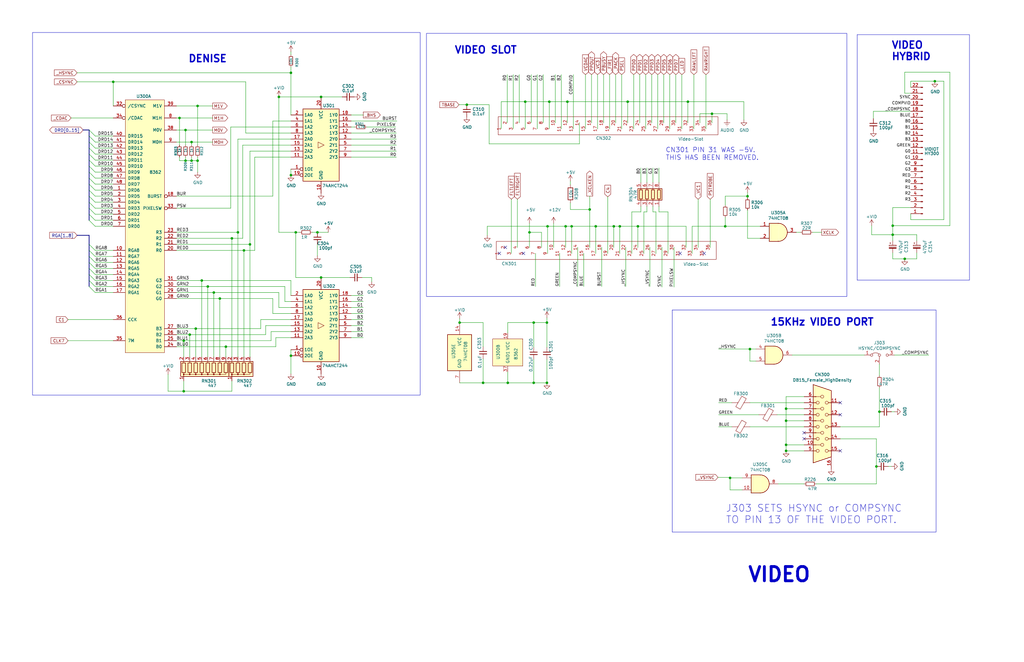
<source format=kicad_sch>
(kicad_sch (version 20230121) (generator eeschema)
  (paper "B")
  (title_block (title "AMIGA PCI") (date "2024-01-25") (rev "2.0"))
  (junction (at 223.266 98.044))
  (junction (at 122.682 73.914))
  (junction (at 290.068 42.926))
  (junction (at 230.886 95.504))
  (junction (at 78.232 54.864))
  (junction (at 315.214 82.804))
  (junction (at 75.692 49.784))
  (junction (at 193.802 136.144))
  (junction (at 241.046 95.504))
  (junction (at 248.666 88.392))
  (junction (at 135.382 40.894))
  (junction (at 370.84 173.736))
  (junction (at 83.312 44.704))
  (junction (at 376.428 99.06))
  (junction (at 122.682 30.734))
  (junction (at 102.87 105.664))
  (junction (at 261.366 95.504))
  (junction (at 90.17 123.444))
  (junction (at 203.708 161.544))
  (junction (at 105.41 103.124))
  (junction (at 97.79 100.584))
  (junction (at 80.772 59.944))
  (junction (at 82.55 138.684))
  (junction (at 316.23 147.32))
  (junction (at 214.122 161.544))
  (junction (at 258.826 95.504))
  (junction (at 394.208 34.29))
  (junction (at 47.752 34.544))
  (junction (at 307.848 201.676))
  (junction (at 331.47 177.546))
  (junction (at 196.85 44.196))
  (junction (at 300.228 48.006))
  (junction (at 124.714 98.044))
  (junction (at 331.47 172.466))
  (junction (at 85.09 118.364))
  (junction (at 239.268 42.926))
  (junction (at 230.632 136.144))
  (junction (at 268.986 95.504))
  (junction (at 225.044 161.544))
  (junction (at 100.33 98.044))
  (junction (at 231.648 42.926))
  (junction (at 225.044 136.144))
  (junction (at 369.57 196.85))
  (junction (at 305.816 95.504))
  (junction (at 122.682 150.114))
  (junction (at 80.772 67.818))
  (junction (at 230.632 161.544))
  (junction (at 83.312 67.818))
  (junction (at 331.47 187.706))
  (junction (at 95.25 146.304))
  (junction (at 117.602 40.894))
  (junction (at 77.47 165.1))
  (junction (at 87.63 120.904))
  (junction (at 381.508 109.22))
  (junction (at 80.01 141.224))
  (junction (at 77.47 143.764))
  (junction (at 238.506 95.504))
  (junction (at 331.47 190.246))
  (junction (at 92.71 125.984))
  (junction (at 135.382 117.094))
  (junction (at 221.488 42.926))
  (junction (at 376.428 95.25))
  (junction (at 264.668 42.926))
  (junction (at 251.206 95.504))
  (junction (at 78.232 67.818))
  (junction (at 133.858 98.044))
  (no_connect (at 286.766 106.934))
  (no_connect (at 213.106 104.394))
  (no_connect (at 210.566 106.934))
  (no_connect (at 354.33 169.926))
  (no_connect (at 339.09 185.166))
  (no_connect (at 354.33 175.006))
  (no_connect (at 296.926 106.934))
  (no_connect (at 220.726 106.934))
  (no_connect (at 354.33 190.246))
  (no_connect (at 339.09 182.626))
  (bus_entry (at 40.132 118.364) (size -2.54 -2.54))
  (bus_entry (at 40.132 77.724) (size -2.54 -2.54))
  (bus_entry (at 40.132 80.264) (size -2.54 -2.54))
  (bus_entry (at 40.132 59.944) (size -2.54 -2.54))
  (bus_entry (at 40.132 85.344) (size -2.54 -2.54))
  (bus_entry (at 40.132 72.644) (size -2.54 -2.54))
  (bus_entry (at 40.132 57.404) (size -2.54 -2.54))
  (bus_entry (at 40.132 62.484) (size -2.54 -2.54))
  (bus_entry (at 40.132 95.504) (size -2.54 -2.54))
  (bus_entry (at 40.132 108.204) (size -2.54 -2.54))
  (bus_entry (at 40.132 113.284) (size -2.54 -2.54))
  (bus_entry (at 40.132 123.444) (size -2.54 -2.54))
  (bus_entry (at 40.132 110.744) (size -2.54 -2.54))
  (bus_entry (at 40.132 82.804) (size -2.54 -2.54))
  (bus_entry (at 40.132 67.564) (size -2.54 -2.54))
  (bus_entry (at 40.132 90.424) (size -2.54 -2.54))
  (bus_entry (at 40.132 120.904) (size -2.54 -2.54))
  (bus_entry (at 40.132 65.024) (size -2.54 -2.54))
  (bus_entry (at 40.132 92.964) (size -2.54 -2.54))
  (bus_entry (at 40.132 70.104) (size -2.54 -2.54))
  (bus_entry (at 40.132 87.884) (size -2.54 -2.54))
  (bus_entry (at 40.132 115.824) (size -2.54 -2.54))
  (bus_entry (at 40.132 105.664) (size -2.54 -2.54))
  (bus_entry (at 40.132 75.184) (size -2.54 -2.54))
  (wire (pts (xy 277.876 76.962) (xy 277.876 70.866)))
  (wire (pts (xy 218.186 104.394) (xy 218.186 84.074)))
  (wire (pts (xy 303.022 180.086) (xy 308.61 180.086)))
  (wire (pts (xy 327.66 175.006) (xy 339.09 175.006)))
  (wire (pts (xy 251.968 54.356) (xy 251.968 31.496)))
  (wire (pts (xy 384.048 34.29) (xy 394.208 34.29)))
  (wire (pts (xy 148.082 56.134) (xy 167.132 56.134)))
  (wire (pts (xy 297.688 54.356) (xy 297.688 31.496)))
  (wire (pts (xy 117.602 129.794) (xy 117.602 123.444)))
  (wire (pts (xy 384.048 92.71) (xy 384.048 90.17)))
  (wire (pts (xy 291.846 95.504) (xy 305.816 95.504)))
  (wire (pts (xy 82.55 138.684) (xy 109.982 138.684)))
  (wire (pts (xy 264.668 42.926) (xy 290.068 42.926)))
  (wire (pts (xy 400.558 30.48) (xy 400.558 95.25)))
  (wire (pts (xy 75.692 49.784) (xy 89.662 49.784)))
  (bus (pts (xy 37.592 54.864) (xy 37.592 57.404)))
  (wire (pts (xy 100.33 98.044) (xy 100.33 150.622)))
  (wire (pts (xy 203.708 161.544) (xy 193.802 161.544)))
  (wire (pts (xy 216.408 54.356) (xy 216.408 31.496)))
  (wire (pts (xy 226.568 54.356) (xy 226.568 31.496)))
  (wire (pts (xy 307.848 201.422) (xy 307.848 201.676)))
  (wire (pts (xy 148.082 137.414) (xy 153.162 137.414)))
  (bus (pts (xy 37.592 99.314) (xy 37.592 103.124)))
  (wire (pts (xy 281.686 89.408) (xy 281.686 106.934)))
  (wire (pts (xy 257.048 54.356) (xy 257.048 31.496)))
  (wire (pts (xy 271.526 89.408) (xy 272.796 89.408)))
  (wire (pts (xy 251.206 95.504) (xy 241.046 95.504)))
  (wire (pts (xy 253.746 104.394) (xy 253.746 120.904)))
  (wire (pts (xy 74.422 141.224) (xy 80.01 141.224)))
  (wire (pts (xy 230.632 151.638) (xy 230.632 161.544)))
  (wire (pts (xy 156.718 118.872) (xy 156.718 117.094)))
  (wire (pts (xy 303.022 175.006) (xy 320.04 175.006)))
  (wire (pts (xy 47.752 62.484) (xy 40.132 62.484)))
  (wire (pts (xy 82.55 138.684) (xy 82.55 150.622)))
  (wire (pts (xy 241.046 106.934) (xy 241.046 95.504)))
  (wire (pts (xy 230.886 95.504) (xy 205.486 95.504)))
  (wire (pts (xy 381.508 30.48) (xy 400.558 30.48)))
  (wire (pts (xy 193.548 44.196) (xy 196.85 44.196)))
  (wire (pts (xy 80.772 67.818) (xy 83.312 67.818)))
  (wire (pts (xy 300.228 51.816) (xy 300.228 48.006)))
  (wire (pts (xy 225.044 146.558) (xy 225.044 136.144)))
  (wire (pts (xy 47.752 87.884) (xy 40.132 87.884)))
  (wire (pts (xy 270.256 89.408) (xy 266.446 89.408)))
  (wire (pts (xy 77.47 165.1) (xy 70.866 165.1)))
  (wire (pts (xy 370.84 153.67) (xy 370.84 158.496)))
  (wire (pts (xy 256.286 83.058) (xy 256.286 106.934)))
  (wire (pts (xy 40.132 118.364) (xy 47.752 118.364)))
  (wire (pts (xy 246.126 106.934) (xy 246.126 120.904)))
  (wire (pts (xy 74.422 125.984) (xy 92.71 125.984)))
  (wire (pts (xy 144.272 40.894) (xy 135.382 40.894)))
  (wire (pts (xy 148.082 142.494) (xy 153.162 142.494)))
  (bus (pts (xy 37.592 110.744) (xy 37.592 113.284)))
  (wire (pts (xy 40.132 90.424) (xy 47.752 90.424)))
  (wire (pts (xy 203.708 146.304) (xy 203.708 136.144)))
  (wire (pts (xy 77.47 143.764) (xy 114.3 143.764)))
  (wire (pts (xy 105.41 103.124) (xy 105.41 63.754)))
  (wire (pts (xy 218.948 51.816) (xy 218.948 31.496)))
  (wire (pts (xy 300.228 48.006) (xy 306.578 48.006)))
  (wire (pts (xy 203.708 151.384) (xy 203.708 161.544)))
  (wire (pts (xy 83.312 44.704) (xy 83.312 61.214)))
  (wire (pts (xy 193.802 134.366) (xy 193.802 136.144)))
  (wire (pts (xy 367.538 99.06) (xy 367.538 95.25)))
  (wire (pts (xy 103.632 56.134) (xy 103.632 34.544)))
  (wire (pts (xy 225.044 136.144) (xy 230.632 136.144)))
  (wire (pts (xy 251.206 106.934) (xy 251.206 95.504)))
  (wire (pts (xy 147.574 117.094) (xy 135.382 117.094)))
  (wire (pts (xy 32.512 30.734) (xy 122.682 30.734)))
  (wire (pts (xy 274.066 104.394) (xy 274.066 120.904)))
  (wire (pts (xy 102.87 105.664) (xy 107.442 105.664)))
  (wire (pts (xy 47.752 67.564) (xy 40.132 67.564)))
  (wire (pts (xy 240.538 88.392) (xy 248.666 88.392)))
  (wire (pts (xy 74.422 87.884) (xy 97.282 87.884)))
  (wire (pts (xy 239.268 42.926) (xy 264.668 42.926)))
  (wire (pts (xy 102.362 100.584) (xy 102.362 61.214)))
  (wire (pts (xy 47.752 49.784) (xy 29.972 49.784)))
  (wire (pts (xy 316.23 169.926) (xy 339.09 169.926)))
  (wire (pts (xy 124.714 98.044) (xy 126.492 98.044)))
  (wire (pts (xy 315.214 88.646) (xy 315.214 100.584)))
  (wire (pts (xy 241.808 54.356) (xy 241.808 31.496)))
  (wire (pts (xy 47.752 44.704) (xy 47.752 34.544)))
  (wire (pts (xy 295.148 51.816) (xy 295.148 48.006)))
  (wire (pts (xy 377.19 149.86) (xy 391.668 149.86)))
  (wire (pts (xy 239.268 51.816) (xy 239.268 42.926)))
  (wire (pts (xy 284.988 51.816) (xy 284.988 31.496)))
  (wire (pts (xy 294.386 104.394) (xy 294.386 84.074)))
  (wire (pts (xy 230.632 146.558) (xy 230.632 136.144)))
  (wire (pts (xy 40.132 108.204) (xy 47.752 108.204)))
  (wire (pts (xy 78.232 67.818) (xy 80.772 67.818)))
  (wire (pts (xy 316.23 147.32) (xy 318.77 147.32)))
  (wire (pts (xy 74.422 82.804) (xy 115.062 82.804)))
  (wire (pts (xy 203.708 136.144) (xy 193.802 136.144)))
  (wire (pts (xy 312.928 206.756) (xy 307.848 206.756)))
  (wire (pts (xy 221.488 54.356) (xy 221.488 42.926)))
  (wire (pts (xy 40.132 75.184) (xy 47.752 75.184)))
  (wire (pts (xy 384.048 87.63) (xy 376.428 87.63)))
  (wire (pts (xy 40.132 110.744) (xy 47.752 110.744)))
  (wire (pts (xy 74.422 143.764) (xy 77.47 143.764)))
  (wire (pts (xy 154.686 53.594) (xy 166.878 53.594)))
  (wire (pts (xy 264.668 51.816) (xy 264.668 42.926)))
  (wire (pts (xy 276.606 89.408) (xy 276.606 106.934)))
  (wire (pts (xy 114.3 139.954) (xy 122.682 139.954)))
  (wire (pts (xy 47.752 92.964) (xy 40.132 92.964)))
  (wire (pts (xy 47.752 77.724) (xy 40.132 77.724)))
  (wire (pts (xy 47.752 72.644) (xy 40.132 72.644)))
  (wire (pts (xy 246.888 54.356) (xy 246.888 31.496)))
  (bus (pts (xy 37.592 72.644) (xy 37.592 75.184)))
  (wire (pts (xy 148.082 66.294) (xy 167.132 66.294)))
  (wire (pts (xy 233.426 104.394) (xy 233.426 94.234)))
  (wire (pts (xy 289.306 104.394) (xy 289.306 95.504)))
  (wire (pts (xy 240.538 85.598) (xy 240.538 88.392)))
  (wire (pts (xy 254.508 51.816) (xy 254.508 31.496)))
  (wire (pts (xy 292.608 54.356) (xy 292.608 31.496)))
  (wire (pts (xy 346.456 98.044) (xy 342.646 98.044)))
  (wire (pts (xy 377.19 173.736) (xy 375.92 173.736)))
  (wire (pts (xy 122.682 150.114) (xy 122.682 157.734)))
  (wire (pts (xy 122.682 23.114) (xy 122.682 21.844)))
  (wire (pts (xy 223.266 98.044) (xy 223.266 94.234)))
  (wire (pts (xy 315.214 82.804) (xy 315.214 81.28)))
  (wire (pts (xy 316.23 152.4) (xy 316.23 147.32)))
  (wire (pts (xy 234.188 51.816) (xy 234.188 31.496)))
  (wire (pts (xy 122.682 30.734) (xy 122.682 48.514)))
  (wire (pts (xy 299.466 104.394) (xy 299.466 84.074)))
  (wire (pts (xy 307.848 206.756) (xy 307.848 201.676)))
  (wire (pts (xy 384.048 39.37) (xy 381.508 39.37)))
  (wire (pts (xy 102.362 61.214) (xy 122.682 61.214)))
  (wire (pts (xy 215.646 106.934) (xy 215.646 84.074)))
  (wire (pts (xy 375.92 196.85) (xy 374.65 196.85)))
  (wire (pts (xy 74.422 49.784) (xy 75.692 49.784)))
  (wire (pts (xy 148.082 48.514) (xy 153.162 48.514)))
  (wire (pts (xy 80.01 141.224) (xy 112.014 141.224)))
  (wire (pts (xy 302.768 201.422) (xy 307.848 201.422)))
  (wire (pts (xy 97.282 53.594) (xy 97.282 87.884)))
  (wire (pts (xy 206.248 44.196) (xy 206.248 60.706)))
  (wire (pts (xy 74.422 54.864) (xy 78.232 54.864)))
  (bus (pts (xy 37.592 57.404) (xy 37.592 59.944)))
  (wire (pts (xy 328.168 204.216) (xy 339.09 204.216)))
  (wire (pts (xy 370.84 163.576) (xy 370.84 173.736)))
  (wire (pts (xy 148.082 61.214) (xy 167.132 61.214)))
  (wire (pts (xy 386.588 109.22) (xy 381.508 109.22)))
  (wire (pts (xy 339.09 172.466) (xy 331.47 172.466)))
  (wire (pts (xy 148.082 139.954) (xy 153.162 139.954)))
  (wire (pts (xy 279.146 121.158) (xy 279.146 104.394)))
  (wire (pts (xy 87.63 120.904) (xy 87.63 150.622)))
  (wire (pts (xy 148.082 134.874) (xy 153.162 134.874)))
  (wire (pts (xy 334.01 149.86) (xy 364.49 149.86)))
  (bus (pts (xy 37.592 115.824) (xy 37.592 118.364)))
  (wire (pts (xy 133.858 98.044) (xy 138.43 98.044)))
  (wire (pts (xy 83.312 72.644) (xy 83.312 67.818)))
  (wire (pts (xy 230.886 106.934) (xy 230.886 95.504)))
  (wire (pts (xy 122.682 71.374) (xy 122.682 73.914)))
  (wire (pts (xy 122.682 142.494) (xy 116.332 142.494)))
  (wire (pts (xy 122.682 137.414) (xy 112.014 137.414)))
  (wire (pts (xy 370.84 173.736) (xy 370.84 180.086)))
  (wire (pts (xy 228.346 98.044) (xy 223.266 98.044)))
  (wire (pts (xy 74.422 103.124) (xy 105.41 103.124)))
  (wire (pts (xy 272.796 76.962) (xy 272.796 70.866)))
  (wire (pts (xy 305.816 86.614) (xy 305.816 82.804)))
  (wire (pts (xy 156.718 117.094) (xy 152.654 117.094)))
  (wire (pts (xy 148.082 51.054) (xy 167.386 51.054)))
  (bus (pts (xy 37.592 62.484) (xy 37.592 65.024)))
  (wire (pts (xy 275.336 87.122) (xy 275.336 89.408)))
  (wire (pts (xy 40.132 123.444) (xy 47.752 123.444)))
  (wire (pts (xy 331.47 167.386) (xy 331.47 172.466)))
  (wire (pts (xy 244.348 60.706) (xy 244.348 51.816)))
  (wire (pts (xy 275.336 76.962) (xy 275.336 70.866)))
  (bus (pts (xy 37.592 103.124) (xy 37.592 105.664)))
  (wire (pts (xy 40.132 105.664) (xy 47.752 105.664)))
  (wire (pts (xy 40.132 120.904) (xy 47.752 120.904)))
  (wire (pts (xy 80.772 59.944) (xy 89.662 59.944)))
  (wire (pts (xy 228.346 104.394) (xy 228.346 98.044)))
  (wire (pts (xy 386.588 106.68) (xy 386.588 109.22)))
  (wire (pts (xy 115.062 132.334) (xy 122.682 132.334)))
  (wire (pts (xy 386.588 99.06) (xy 386.588 101.6)))
  (wire (pts (xy 284.226 104.394) (xy 284.226 121.158)))
  (wire (pts (xy 40.132 113.284) (xy 47.752 113.284)))
  (wire (pts (xy 122.682 129.794) (xy 117.602 129.794)))
  (wire (pts (xy 277.368 54.356) (xy 277.368 31.496)))
  (wire (pts (xy 368.3 46.99) (xy 368.3 50.038)))
  (wire (pts (xy 47.752 34.544) (xy 103.632 34.544)))
  (wire (pts (xy 80.772 59.944) (xy 80.772 61.214)))
  (wire (pts (xy 87.63 120.904) (xy 120.142 120.904)))
  (wire (pts (xy 270.256 87.122) (xy 270.256 89.408)))
  (wire (pts (xy 269.748 51.816) (xy 269.748 31.496)))
  (wire (pts (xy 267.208 54.356) (xy 267.208 31.496)))
  (wire (pts (xy 249.428 51.816) (xy 249.428 31.496)))
  (bus (pts (xy 35.052 54.864) (xy 37.592 54.864)))
  (wire (pts (xy 266.446 89.408) (xy 266.446 106.934)))
  (wire (pts (xy 109.982 134.874) (xy 109.982 138.684)))
  (wire (pts (xy 107.442 66.294) (xy 107.442 105.664)))
  (wire (pts (xy 122.682 147.574) (xy 122.682 150.114)))
  (wire (pts (xy 398.018 34.29) (xy 398.018 92.71)))
  (wire (pts (xy 313.69 42.926) (xy 313.69 50.546)))
  (wire (pts (xy 40.132 85.344) (xy 47.752 85.344)))
  (wire (pts (xy 77.47 160.782) (xy 77.47 165.1)))
  (bus (pts (xy 37.592 77.724) (xy 37.592 80.264)))
  (bus (pts (xy 37.592 80.264) (xy 37.592 82.804)))
  (wire (pts (xy 268.986 95.504) (xy 261.366 95.504)))
  (wire (pts (xy 235.966 106.934) (xy 235.966 120.904)))
  (wire (pts (xy 238.506 95.504) (xy 230.886 95.504)))
  (wire (pts (xy 74.422 59.944) (xy 80.772 59.944)))
  (wire (pts (xy 291.846 106.934) (xy 291.846 95.504)))
  (wire (pts (xy 148.082 53.594) (xy 149.606 53.594)))
  (wire (pts (xy 230.632 134.112) (xy 230.632 136.144)))
  (wire (pts (xy 214.122 156.972) (xy 214.122 161.544)))
  (wire (pts (xy 203.708 161.544) (xy 214.122 161.544)))
  (wire (pts (xy 148.082 129.794) (xy 153.162 129.794)))
  (wire (pts (xy 225.044 161.544) (xy 230.632 161.544)))
  (wire (pts (xy 277.876 87.122) (xy 277.876 89.408)))
  (wire (pts (xy 339.09 187.706) (xy 331.47 187.706)))
  (wire (pts (xy 83.312 44.704) (xy 89.662 44.704)))
  (wire (pts (xy 148.082 124.714) (xy 153.162 124.714)))
  (wire (pts (xy 75.692 49.784) (xy 75.692 61.214)))
  (wire (pts (xy 122.682 28.194) (xy 122.682 30.734)))
  (wire (pts (xy 148.082 127.254) (xy 153.162 127.254)))
  (wire (pts (xy 272.796 89.408) (xy 272.796 87.122)))
  (wire (pts (xy 236.728 54.356) (xy 236.728 31.496)))
  (bus (pts (xy 37.592 118.364) (xy 37.592 120.904)))
  (bus (pts (xy 37.592 87.884) (xy 37.592 90.424)))
  (wire (pts (xy 40.132 70.104) (xy 47.752 70.104)))
  (bus (pts (xy 37.592 113.284) (xy 37.592 115.824)))
  (wire (pts (xy 70.866 157.988) (xy 70.866 165.1)))
  (wire (pts (xy 259.588 51.816) (xy 259.588 31.496)))
  (wire (pts (xy 261.366 106.934) (xy 261.366 95.504)))
  (wire (pts (xy 97.79 160.782) (xy 97.79 165.1)))
  (wire (pts (xy 74.422 44.704) (xy 83.312 44.704)))
  (wire (pts (xy 262.128 54.356) (xy 262.128 31.496)))
  (wire (pts (xy 316.23 147.32) (xy 303.022 147.32)))
  (wire (pts (xy 196.85 44.196) (xy 206.248 44.196)))
  (wire (pts (xy 331.47 190.246) (xy 339.09 190.246)))
  (wire (pts (xy 214.122 136.144) (xy 214.122 140.462)))
  (wire (pts (xy 95.25 146.304) (xy 95.25 150.622)))
  (wire (pts (xy 213.868 51.816) (xy 213.868 31.496)))
  (bus (pts (xy 37.592 75.184) (xy 37.592 77.724)))
  (wire (pts (xy 102.87 105.664) (xy 102.87 150.622)))
  (wire (pts (xy 305.816 82.804) (xy 315.214 82.804)))
  (wire (pts (xy 287.528 54.356) (xy 287.528 31.496)))
  (wire (pts (xy 122.682 66.294) (xy 107.442 66.294)))
  (bus (pts (xy 37.592 67.564) (xy 37.592 70.104)))
  (wire (pts (xy 339.09 177.546) (xy 331.47 177.546)))
  (bus (pts (xy 37.592 70.104) (xy 37.592 72.644)))
  (wire (pts (xy 240.538 76.454) (xy 240.538 77.978)))
  (wire (pts (xy 83.312 67.818) (xy 83.312 66.294)))
  (wire (pts (xy 92.71 125.984) (xy 92.71 150.622)))
  (wire (pts (xy 95.25 146.304) (xy 116.332 146.304)))
  (wire (pts (xy 100.33 98.044) (xy 100.33 58.674)))
  (wire (pts (xy 40.132 115.824) (xy 47.752 115.824)))
  (wire (pts (xy 369.57 196.85) (xy 369.57 185.166)))
  (wire (pts (xy 214.122 136.144) (xy 225.044 136.144)))
  (wire (pts (xy 290.068 51.816) (xy 290.068 42.926)))
  (wire (pts (xy 231.648 54.356) (xy 231.648 42.926)))
  (wire (pts (xy 221.488 42.926) (xy 231.648 42.926)))
  (bus (pts (xy 37.592 85.344) (xy 37.592 87.884)))
  (wire (pts (xy 305.816 95.504) (xy 320.548 95.504)))
  (wire (pts (xy 97.282 53.594) (xy 122.682 53.594)))
  (wire (pts (xy 28.702 143.764) (xy 47.752 143.764)))
  (wire (pts (xy 400.558 95.25) (xy 376.428 95.25)))
  (bus (pts (xy 37.592 82.804) (xy 37.592 85.344)))
  (wire (pts (xy 135.382 40.894) (xy 117.602 40.894)))
  (wire (pts (xy 80.772 66.294) (xy 80.772 67.818)))
  (wire (pts (xy 77.47 165.1) (xy 97.79 165.1)))
  (wire (pts (xy 274.828 51.816) (xy 274.828 31.496)))
  (wire (pts (xy 124.714 98.044) (xy 124.714 117.094)))
  (wire (pts (xy 92.71 125.984) (xy 115.062 125.984)))
  (wire (pts (xy 122.682 127.254) (xy 120.142 127.254)))
  (wire (pts (xy 315.214 100.584) (xy 320.548 100.584)))
  (wire (pts (xy 74.422 98.044) (xy 100.33 98.044)))
  (wire (pts (xy 381.508 109.22) (xy 376.428 109.22)))
  (wire (pts (xy 148.082 58.674) (xy 167.132 58.674)))
  (wire (pts (xy 290.068 42.926) (xy 313.69 42.926)))
  (wire (pts (xy 97.79 100.584) (xy 97.79 150.622)))
  (bus (pts (xy 37.592 65.024) (xy 37.592 67.564)))
  (wire (pts (xy 248.666 82.804) (xy 248.666 88.392)))
  (wire (pts (xy 263.906 104.394) (xy 263.906 120.904)))
  (wire (pts (xy 243.586 104.394) (xy 243.586 120.904)))
  (wire (pts (xy 115.062 51.054) (xy 122.682 51.054)))
  (wire (pts (xy 331.47 187.706) (xy 331.47 190.246)))
  (wire (pts (xy 339.09 180.086) (xy 316.23 180.086)))
  (wire (pts (xy 275.336 89.408) (xy 276.606 89.408)))
  (wire (pts (xy 85.09 118.364) (xy 85.09 150.622)))
  (wire (pts (xy 344.17 204.216) (xy 369.57 204.216)))
  (wire (pts (xy 376.428 109.22) (xy 376.428 106.68)))
  (wire (pts (xy 78.232 54.864) (xy 78.232 61.214)))
  (wire (pts (xy 75.692 66.294) (xy 75.692 67.818)))
  (wire (pts (xy 381.508 39.37) (xy 381.508 30.48)))
  (wire (pts (xy 303.022 169.926) (xy 308.61 169.926)))
  (wire (pts (xy 47.752 34.544) (xy 32.512 34.544)))
  (wire (pts (xy 115.062 125.984) (xy 115.062 132.334)))
  (wire (pts (xy 85.09 118.364) (xy 122.682 118.364)))
  (wire (pts (xy 112.014 137.414) (xy 112.014 141.224)))
  (wire (pts (xy 74.422 138.684) (xy 82.55 138.684)))
  (wire (pts (xy 258.826 104.394) (xy 258.826 95.504)))
  (wire (pts (xy 306.578 48.006) (xy 306.578 50.546)))
  (wire (pts (xy 225.806 106.934) (xy 225.806 120.904)))
  (wire (pts (xy 40.132 95.504) (xy 47.752 95.504)))
  (bus (pts (xy 37.592 108.204) (xy 37.592 110.744)))
  (wire (pts (xy 312.928 201.676) (xy 307.848 201.676)))
  (wire (pts (xy 369.57 204.216) (xy 369.57 196.85)))
  (wire (pts (xy 394.208 34.29) (xy 398.018 34.29)))
  (wire (pts (xy 105.41 63.754) (xy 122.682 63.754)))
  (wire (pts (xy 90.17 123.444) (xy 117.602 123.444)))
  (wire (pts (xy 282.448 54.356) (xy 282.448 31.496)))
  (wire (pts (xy 339.09 167.386) (xy 331.47 167.386)))
  (wire (pts (xy 116.332 142.494) (xy 116.332 146.304)))
  (wire (pts (xy 211.328 42.926) (xy 221.488 42.926)))
  (wire (pts (xy 148.082 63.754) (xy 167.132 63.754)))
  (wire (pts (xy 277.876 89.408) (xy 281.686 89.408)))
  (wire (pts (xy 78.232 54.864) (xy 89.662 54.864)))
  (wire (pts (xy 369.57 185.166) (xy 354.33 185.166)))
  (wire (pts (xy 100.33 58.674) (xy 122.682 58.674)))
  (wire (pts (xy 238.506 104.394) (xy 238.506 95.504)))
  (wire (pts (xy 133.858 103.124) (xy 133.858 107.95)))
  (wire (pts (xy 270.256 70.866) (xy 270.256 76.962)))
  (wire (pts (xy 376.428 95.25) (xy 376.428 99.06)))
  (wire (pts (xy 231.648 42.926) (xy 239.268 42.926)))
  (bus (pts (xy 37.592 59.944) (xy 37.592 62.484)))
  (wire (pts (xy 271.526 89.408) (xy 271.526 106.934)))
  (wire (pts (xy 74.422 105.664) (xy 102.87 105.664)))
  (wire (pts (xy 331.47 172.466) (xy 331.47 177.546)))
  (wire (pts (xy 376.428 99.06) (xy 386.588 99.06)))
  (wire (pts (xy 214.122 161.544) (xy 225.044 161.544)))
  (wire (pts (xy 268.986 104.394) (xy 268.986 95.504)))
  (wire (pts (xy 97.79 100.584) (xy 102.362 100.584)))
  (wire (pts (xy 211.328 54.356) (xy 211.328 42.926)))
  (wire (pts (xy 279.908 51.816) (xy 279.908 31.496)))
  (wire (pts (xy 105.41 103.124) (xy 105.41 150.622)))
  (wire (pts (xy 115.062 82.804) (xy 115.062 51.054)))
  (wire (pts (xy 47.752 57.404) (xy 40.132 57.404)))
  (bus (pts (xy 37.592 105.664) (xy 37.592 108.204)))
  (wire (pts (xy 272.288 54.356) (xy 272.288 31.496)))
  (wire (pts (xy 205.486 95.504) (xy 205.486 99.314)))
  (wire (pts (xy 74.422 146.304) (xy 95.25 146.304)))
  (wire (pts (xy 223.266 104.394) (xy 223.266 98.044)))
  (wire (pts (xy 229.108 51.816) (xy 229.108 31.496)))
  (wire (pts (xy 248.666 88.392) (xy 248.666 104.394)))
  (wire (pts (xy 28.702 134.874) (xy 47.752 134.874)))
  (wire (pts (xy 206.248 60.706) (xy 244.348 60.706)))
  (wire (pts (xy 122.682 124.714) (xy 122.682 118.364)))
  (bus (pts (xy 37.592 99.314) (xy 32.512 99.314)))
  (wire (pts (xy 318.77 152.4) (xy 316.23 152.4)))
  (wire (pts (xy 376.428 101.6) (xy 376.428 99.06)))
  (wire (pts (xy 90.17 123.444) (xy 90.17 150.622)))
  (wire (pts (xy 398.018 92.71) (xy 384.048 92.71)))
  (wire (pts (xy 148.082 132.334) (xy 153.162 132.334)))
  (wire (pts (xy 74.422 120.904) (xy 87.63 120.904)))
  (wire (pts (xy 75.692 67.818) (xy 78.232 67.818)))
  (wire (pts (xy 114.3 143.764) (xy 114.3 139.954)))
  (wire (pts (xy 74.422 100.584) (xy 97.79 100.584)))
  (wire (pts (xy 331.47 177.546) (xy 331.47 187.706)))
  (wire (pts (xy 74.422 118.364) (xy 85.09 118.364)))
  (wire (pts (xy 131.572 98.044) (xy 133.858 98.044)))
  (wire (pts (xy 40.132 80.264) (xy 47.752 80.264)))
  (wire (pts (xy 135.382 117.094) (xy 124.714 117.094)))
  (wire (pts (xy 47.752 82.804) (xy 40.132 82.804)))
  (wire (pts (xy 258.826 95.504) (xy 251.206 95.504)))
  (wire (pts (xy 376.428 87.63) (xy 376.428 95.25)))
  (wire (pts (xy 384.048 46.99) (xy 368.3 46.99)))
  (wire (pts (xy 367.538 99.06) (xy 376.428 99.06)))
  (wire (pts (xy 315.214 83.566) (xy 315.214 82.804)))
  (wire (pts (xy 224.028 51.816) (xy 224.028 31.496)))
  (wire (pts (xy 74.422 123.444) (xy 90.17 123.444)))
  (bus (pts (xy 37.592 90.424) (xy 37.592 92.964)))
  (wire (pts (xy 78.232 66.294) (xy 78.232 67.818)))
  (wire (pts (xy 241.046 95.504) (xy 238.506 95.504)))
  (wire (pts (xy 80.01 141.224) (xy 80.01 150.622)))
  (wire (pts (xy 225.044 151.638) (xy 225.044 161.544)))
  (wire (pts (xy 289.306 95.504) (xy 268.986 95.504)))
  (wire (pts (xy 384.048 36.83) (xy 384.048 34.29)))
  (wire (pts (xy 122.682 56.134) (xy 103.632 56.134)))
  (wire (pts (xy 40.132 65.024) (xy 47.752 65.024)))
  (wire (pts (xy 117.602 98.044) (xy 124.714 98.044)))
  (wire (pts (xy 295.148 48.006) (xy 300.228 48.006)))
  (wire (pts (xy 117.602 40.894) (xy 117.602 98.044)))
  (wire (pts (xy 305.816 91.694) (xy 305.816 95.504)))
  (wire (pts (xy 354.33 180.086) (xy 370.84 180.086)))
  (wire (pts (xy 120.142 127.254) (xy 120.142 120.904)))
  (wire (pts (xy 261.366 95.504) (xy 258.826 95.504)))
  (wire (pts (xy 122.682 134.874) (xy 109.982 134.874)))
  (wire (pts (xy 40.132 59.944) (xy 47.752 59.944)))
  (wire (pts (xy 77.47 143.764) (xy 77.47 150.622)))
  (wire (pts (xy 337.566 98.044) (xy 335.788 98.044)))
  (rectangle (start 13.716 13.716) (end 177.165 166.751))
  (rectangle (start 179.832 14.097) (end 357.124 125.095))
  (rectangle (start 361.442 14.605) (end 408.813 118.237))
  (rectangle (start 283.464 130.81) (end 394.716 224.536))
  (text "VIDEO SLOT" (at 191.516 22.987 0) (effects (font (size 3 3) bold) (justify left bottom)))
  (text "J303 SETS HSYNC or COMPSYNC\nTO PIN 13 OF THE VIDEO PORT." (at 306.07 221.234 0) (effects (font (size 2.9972 2.9972)) (justify left bottom)))
  (text "VIDEO\nHYBRID" (at 375.793 25.781 0) (effects (font (size 3 3) bold) (justify left bottom)))
  (text "DENISE" (at 79.248 26.67 0) (effects (font (size 3 3) (thickness 0.6) bold) (justify left bottom)))
  (text "CN301 PIN 31 WAS -5V.\nTHIS HAS BEEN REMOVED." (at 280.67 67.818 0) (effects (font (size 2 2)) (justify left bottom)))
  (text "15KHz VIDEO PORT" (at 324.739 137.795 0) (effects (font (size 3 3) bold) (justify left bottom)))
  (text "VIDEO" (at 314.96 246.126 0) (effects (font (size 6 6) (thickness 1.2) bold) (justify left bottom)))
  (label "DRD4" (at 47.752 85.344 180) (effects (font (size 1.2954 1.2954))))
  (label "RGA5" (at 40.132 113.284 0) (effects (font (size 1.2954 1.2954))))
  (label "DRD5" (at 47.752 82.804 180) (effects (font (size 1.2954 1.2954))))
  (label "BLUE" (at 246.126 120.904 90) (effects (font (size 1.1938 1.1938))))
  (label "B1" (at 384.048 54.61 180) (effects (font (size 1.1938 1.1938))))
  (label "G2" (at 229.108 31.496 270))
  (label "R2" (at 384.048 82.55 180) (effects (font (size 1.1938 1.1938))))
  (label "R0" (at 213.868 31.496 270))
  (label "G2" (at 384.048 69.85 180) (effects (font (size 1.1938 1.1938))))
  (label "G3" (at 275.336 70.866 270))
  (label "DRD13" (at 47.752 62.484 180) (effects (font (size 1.2954 1.2954))))
  (label "B1" (at 153.162 139.954 180))
  (label "BLU3" (at 74.422 138.684 0))
  (label "PSW" (at 74.422 87.884 0))
  (label "RED2" (at 74.422 100.584 0))
  (label "COMPVID" (at 241.808 31.496 270))
  (label "BLU1" (at 74.422 143.764 0))
  (label "B0" (at 153.162 142.494 180))
  (label "DRD3" (at 47.752 87.884 180) (effects (font (size 1.2954 1.2954))))
  (label "BLUE" (at 384.048 49.53 180) (effects (font (size 1.1938 1.1938))))
  (label "GRN1" (at 74.422 123.444 0))
  (label "RED3" (at 74.422 98.044 0))
  (label "G1" (at 226.568 31.496 270))
  (label "RGA4" (at 40.132 115.824 0) (effects (font (size 1.2954 1.2954))))
  (label "R3" (at 384.048 85.09 180) (effects (font (size 1.1938 1.1938))))
  (label "B1" (at 234.188 31.496 270))
  (label "RGA6" (at 40.132 110.744 0) (effects (font (size 1.2954 1.2954))))
  (label "B3" (at 272.796 70.866 270))
  (label "B2" (at 384.048 57.15 180) (effects (font (size 1.1938 1.1938))))
  (label "COMPVID" (at 384.048 44.45 180) (effects (font (size 1.1938 1.1938))))
  (label "RGA3" (at 40.132 118.364 0) (effects (font (size 1.2954 1.2954))))
  (label "SYNC" (at 279.146 121.158 90))
  (label "B0" (at 270.256 70.866 270))
  (label "DRD2" (at 47.752 90.424 180) (effects (font (size 1.2954 1.2954))))
  (label "GREEN" (at 235.966 120.904 90) (effects (font (size 1.1938 1.1938))))
  (label "GREEN" (at 303.022 175.006 0) (effects (font (size 1.1938 1.1938))))
  (label "DRD12" (at 47.752 65.024 180) (effects (font (size 1.2954 1.2954))))
  (label "DRD0" (at 47.752 95.504 180) (effects (font (size 1.2954 1.2954))))
  (label "BUR" (at 74.422 82.804 0))
  (label "RED0" (at 74.422 105.664 0))
  (label "_COMPSYNC" (at 243.586 120.904 90) (effects (font (size 1.1938 1.1938))))
  (label "R0" (at 384.048 77.47 180) (effects (font (size 1.1938 1.1938))))
  (label "B0" (at 384.048 52.07 180) (effects (font (size 1.1938 1.1938))))
  (label "RGA2" (at 40.132 120.904 0) (effects (font (size 1.2954 1.2954))))
  (label "R2" (at 167.132 61.214 180))
  (label "BURST" (at 253.746 120.904 90))
  (label "G1" (at 153.162 129.794 180))
  (label "DRD14" (at 47.752 59.944 180) (effects (font (size 1.2954 1.2954))))
  (label "DRD7" (at 47.752 77.724 180) (effects (font (size 1.2954 1.2954))))
  (label "B3" (at 384.048 59.69 180) (effects (font (size 1.1938 1.1938))))
  (label "DRD11" (at 47.752 67.564 180) (effects (font (size 1.2954 1.2954))))
  (label "R3" (at 277.876 70.866 270))
  (label "_COMPSYNC" (at 167.132 56.134 180))
  (label "DRD10" (at 47.752 70.104 180) (effects (font (size 1.2954 1.2954))))
  (label "R1" (at 216.408 31.496 270))
  (label "PIXELSW" (at 166.878 53.594 180))
  (label "RED1" (at 74.422 103.124 0))
  (label "_COMPSYNC" (at 391.668 149.86 180))
  (label "B2" (at 153.162 137.414 180))
  (label "GRN3" (at 74.422 118.364 0))
  (label "RGA8" (at 40.132 105.664 0) (effects (font (size 1.2954 1.2954))))
  (label "G0" (at 224.028 31.496 270))
  (label "G3" (at 384.048 72.39 180) (effects (font (size 1.1938 1.1938))))
  (label "R0" (at 167.132 66.294 180))
  (label "BLU2" (at 74.422 141.224 0))
  (label "_VSYNC" (at 274.066 120.904 90))
  (label "BLU0" (at 74.422 146.304 0))
  (label "DRD15" (at 47.752 57.404 180) (effects (font (size 1.2954 1.2954))))
  (label "PIXELSW" (at 284.226 121.158 90))
  (label "G3" (at 153.162 124.714 180))
  (label "BURST" (at 167.386 51.054 180))
  (label "DRD8" (at 47.752 75.184 180) (effects (font (size 1.2954 1.2954))))
  (label "B3" (at 153.162 134.874 180))
  (label "R2" (at 218.948 31.496 270))
  (label "DRD1" (at 47.752 92.964 180) (effects (font (size 1.2954 1.2954))))
  (label "_HSYNC" (at 263.906 120.904 90))
  (label "RED" (at 303.022 169.926 0) (effects (font (size 1.1938 1.1938))))
  (label "R1" (at 167.132 63.754 180))
  (label "B2" (at 236.728 31.496 270))
  (label "GRN2" (at 74.422 120.904 0))
  (label "BLUE" (at 303.022 180.086 0) (effects (font (size 1.1938 1.1938))))
  (label "G0" (at 384.048 64.77 180) (effects (font (size 1.1938 1.1938))))
  (label "RED" (at 384.048 74.93 180) (effects (font (size 1.1938 1.1938))))
  (label "R3" (at 167.132 58.674 180))
  (label "RGA7" (at 40.132 108.204 0) (effects (font (size 1.2954 1.2954))))
  (label "_HSYNC" (at 303.022 147.32 0))
  (label "G0" (at 153.162 132.334 180))
  (label "RGA1" (at 40.132 123.444 0) (effects (font (size 1.2954 1.2954))))
  (label "DRD6" (at 47.752 80.264 180) (effects (font (size 1.2954 1.2954))))
  (label "GREEN" (at 384.048 62.23 180) (effects (font (size 1.1938 1.1938))))
  (label "_COMPSYNC" (at 384.048 46.99 180) (effects (font (size 1.1938 1.1938))))
  (label "G2" (at 153.162 127.254 180))
  (label "DRD9" (at 47.752 72.644 180) (effects (font (size 1.2954 1.2954))))
  (label "GRN0" (at 74.422 125.984 0))
  (label "G1" (at 384.048 67.31 180) (effects (font (size 1.1938 1.1938))))
  (label "RED" (at 225.806 120.904 90) (effects (font (size 1.1938 1.1938))))
  (label "SYNC" (at 384.048 41.91 180) (effects (font (size 1.1938 1.1938))))
  (label "R1" (at 384.048 80.01 180) (effects (font (size 1.1938 1.1938))))
  (global_label "_VSYNC" (shape input) (at 302.768 201.422 180) (property "Intersheetrefs" "${INTERSHEET_REFS}" (at 292.9074 201.422 0) (effects (justify right))))
  (global_label "FLTLEFT" (shape input) (at 215.646 84.074 90) (property "Intersheetrefs" "${INTERSHEET_REFS}" (at 215.646 73.8506 90) (effects (justify left))))
  (global_label "PPD4" (shape bidirectional) (at 277.368 31.496 90) (property "Intersheetrefs" "${INTERSHEET_REFS}" (at 277.368 22.4594 90) (effects (justify left))))
  (global_label "PSTROBE" (shape input) (at 299.466 84.074 90) (property "Intersheetrefs" "${INTERSHEET_REFS}" (at 299.466 72.7016 90) (effects (justify left))))
  (global_label "_VC3" (shape input) (at 251.968 31.496 90) (property "Intersheetrefs" "${INTERSHEET_REFS}" (at 251.968 24.0545 90) (effects (justify left))))
  (global_label "FLTRIGHT" (shape input) (at 218.186 84.074 90) (property "Intersheetrefs" "${INTERSHEET_REFS}" (at 218.186 72.641 90) (effects (justify left))))
  (global_label "_CSYNC" (shape input) (at 32.512 34.544 180) (property "Intersheetrefs" "${INTERSHEET_REFS}" (at 22.47 34.544 0) (effects (justify right))))
  (global_label "PPD1" (shape bidirectional) (at 269.748 31.496 90) (property "Intersheetrefs" "${INTERSHEET_REFS}" (at 269.748 22.4594 90) (effects (justify left))))
  (global_label "XCLK" (shape output) (at 346.456 98.044 0) (property "Intersheetrefs" "${INTERSHEET_REFS}" (at 354.1394 98.044 0) (effects (justify left))))
  (global_label "CLK7" (shape input) (at 28.702 143.764 180) (property "Intersheetrefs" "${INTERSHEET_REFS}" (at 20.9392 143.764 0) (effects (justify right))))
  (global_label "M1V" (shape output) (at 89.662 44.704 0) (property "Intersheetrefs" "${INTERSHEET_REFS}" (at 96.3173 44.704 0) (effects (justify left))))
  (global_label "_PACK" (shape bidirectional) (at 259.588 31.496 90) (property "Intersheetrefs" "${INTERSHEET_REFS}" (at 259.588 21.6127 90) (effects (justify left))))
  (global_label "_CDAC" (shape input) (at 29.972 49.784 180) (property "Intersheetrefs" "${INTERSHEET_REFS}" (at 21.2 49.784 0) (effects (justify right))))
  (global_label "PPD7" (shape bidirectional) (at 284.988 31.496 90) (property "Intersheetrefs" "${INTERSHEET_REFS}" (at 284.988 22.4594 90) (effects (justify left))))
  (global_label "_LED" (shape input) (at 287.528 31.496 90) (property "Intersheetrefs" "${INTERSHEET_REFS}" (at 287.528 24.1755 90) (effects (justify left))))
  (global_label "_FIR1" (shape input) (at 257.048 31.496 90) (property "Intersheetrefs" "${INTERSHEET_REFS}" (at 257.048 23.3703 90) (effects (justify left))))
  (global_label "DRD[0..15]" (shape bidirectional) (at 35.052 54.864 180) (effects (font (size 1.2954 1.2954))) (property "Intersheetrefs" "${INTERSHEET_REFS}" (at 20.4068 54.864 0) (effects (justify right))))
  (global_label "PSEL" (shape input) (at 262.128 31.496 90) (property "Intersheetrefs" "${INTERSHEET_REFS}" (at 262.128 23.9336 90) (effects (justify left))))
  (global_label "PBUSY" (shape bidirectional) (at 254.508 31.496 90) (property "Intersheetrefs" "${INTERSHEET_REFS}" (at 254.508 21.3103 90) (effects (justify left))))
  (global_label "RAWRIGHT" (shape input) (at 297.688 31.496 90) (property "Intersheetrefs" "${INTERSHEET_REFS}" (at 297.688 19.3373 90) (effects (justify left))))
  (global_label "VCDAC" (shape input) (at 246.888 31.496 90) (property "Intersheetrefs" "${INTERSHEET_REFS}" (at 246.888 22.603 90) (effects (justify left))))
  (global_label "PPOUT" (shape bidirectional) (at 249.428 31.496 90) (property "Intersheetrefs" "${INTERSHEET_REFS}" (at 249.428 21.3103 90) (effects (justify left))))
  (global_label "_BHS" (shape output) (at 153.162 48.514 0) (property "Intersheetrefs" "${INTERSHEET_REFS}" (at 160.8454 48.514 0) (effects (justify left))))
  (global_label "C4" (shape input) (at 256.286 83.058 90) (property "Intersheetrefs" "${INTERSHEET_REFS}" (at 256.286 77.6727 90) (effects (justify left))))
  (global_label "M0H" (shape output) (at 89.662 59.944 0) (property "Intersheetrefs" "${INTERSHEET_REFS}" (at 96.5592 59.944 0) (effects (justify left))))
  (global_label "_XCLKEN" (shape output) (at 248.666 82.804 90) (property "Intersheetrefs" "${INTERSHEET_REFS}" (at 248.666 71.6735 90) (effects (justify left))))
  (global_label "_VC1" (shape input) (at 294.386 84.074 90) (property "Intersheetrefs" "${INTERSHEET_REFS}" (at 294.386 76.6325 90) (effects (justify left))))
  (global_label "PPD3" (shape bidirectional) (at 274.828 31.496 90) (property "Intersheetrefs" "${INTERSHEET_REFS}" (at 274.828 22.4594 90) (effects (justify left))))
  (global_label "PPD6" (shape bidirectional) (at 282.448 31.496 90) (property "Intersheetrefs" "${INTERSHEET_REFS}" (at 282.448 22.4594 90) (effects (justify left))))
  (global_label "PPD2" (shape bidirectional) (at 272.288 31.496 90) (property "Intersheetrefs" "${INTERSHEET_REFS}" (at 272.288 22.4594 90) (effects (justify left))))
  (global_label "PPD0" (shape bidirectional) (at 267.208 31.496 90) (property "Intersheetrefs" "${INTERSHEET_REFS}" (at 267.208 22.4594 90) (effects (justify left))))
  (global_label "RAWLEFT" (shape input) (at 292.608 31.496 90) (property "Intersheetrefs" "${INTERSHEET_REFS}" (at 292.608 20.5469 90) (effects (justify left))))
  (global_label "_HSYNC" (shape input) (at 32.512 30.734 180) (property "Intersheetrefs" "${INTERSHEET_REFS}" (at 22.4095 30.734 0) (effects (justify right))))
  (global_label "C1" (shape input) (at 28.702 134.874 180) (property "Intersheetrefs" "${INTERSHEET_REFS}" (at 23.3167 134.874 0) (effects (justify right))))
  (global_label "M0V" (shape output) (at 89.662 54.864 0) (property "Intersheetrefs" "${INTERSHEET_REFS}" (at 96.3173 54.864 0) (effects (justify left))))
  (global_label "RGA[1..8]" (shape input) (at 32.512 99.314 180) (effects (font (size 1.2954 1.2954))) (property "Intersheetrefs" "${INTERSHEET_REFS}" (at 20.4191 99.314 0) (effects (justify right))))
  (global_label "PPD5" (shape bidirectional) (at 279.908 31.496 90) (property "Intersheetrefs" "${INTERSHEET_REFS}" (at 279.908 22.4594 90) (effects (justify left))))
  (global_label "M1H" (shape output) (at 89.662 49.784 0) (property "Intersheetrefs" "${INTERSHEET_REFS}" (at 96.5592 49.784 0) (effects (justify left))))
  (global_label "TBASE" (shape input) (at 193.548 44.196 180) (property "Intersheetrefs" "${INTERSHEET_REFS}" (at 184.9575 44.196 0) (effects (justify right))))
  (symbol (lib_id "power:GND") (at 331.47 190.246 0) (unit 1)
    (property "Reference" "#PWR056" (effects hide))
    (property "Value" "GND" (at 331.597 194.6402 0))
    (instances (project "AmigaPCI Mainboard" (path "" (reference "#PWR056") (unit 1))) (project "2000ATX" (path "" (reference "#PWR0175") (unit 1))))
  )
  (symbol (lib_id "Device:R_Small") (at 152.146 53.594 270) (unit 1)
    (property "Reference" "R301" (at 149.606 52.324 90) (effects (font (size 0.9906 0.9906)) (justify left)))
    (property "Value" "47R" (at 150.876 53.594 90) (effects (font (size 0.9906 0.9906)) (justify left)))
    (property "Footprint" "Resistor_SMD:R_0603_1608Metric" (effects hide))
    (instances (project "AmigaPCI Mainboard" (path "" (reference "R301") (unit 1))) (project "2000ATX" (path "" (reference "RN203E1") (unit 1))))
  )
  (symbol (lib_id "power:GND") (at 230.632 161.544 0) (unit 1)
    (property "Reference" "#PWR065" (effects hide))
    (property "Value" "GND" (at 230.759 165.9382 0))
    (instances (project "AmigaPCI Mainboard" (path "" (reference "#PWR065") (unit 1))) (project "2000ATX" (path "" (reference "#PWR0196") (unit 1))))
  )
  (symbol (lib_id "74xx:74LS08") (at 326.39 149.86 0) (unit 2)
    (property "Reference" "U305" (at 326.39 141.605 0))
    (property "Value" "74HCT08" (at 326.39 143.9164 0))
    (property "Footprint" "Package_SO:TSSOP-14_4.4x5mm_P0.65mm" (effects hide))
    (property "Datasheet" "http://www.ti.com/lit/gpn/sn74LS08" (effects hide))
    (instances (project "AmigaPCI Mainboard" (path "" (reference "U305") (unit 2))) (project "2000ATX" (path "" (reference "U207") (unit 2))))
  )
  (symbol (lib_id "Device:R_Small") (at 305.816 89.154 180) (unit 1)
    (property "Reference" "R305" (at 307.3146 88.5103 0) (effects (justify right)))
    (property "Value" "10k" (at 307.3146 90.4313 0) (effects (justify right)))
    (property "Footprint" "Resistor_SMD:R_0603_1608Metric" (effects hide))
  )
  (symbol (lib_id "AmigaPCI-Symbols:CP_Small-Device") (at 386.588 104.14 0) (unit 1)
    (property "Reference" "C314" (at 392.303 104.14 90))
    (property "Value" "470uF" (at 389.9916 104.14 90))
    (property "Footprint" "Capacitor_THT:CP_Radial_D10.0mm_P5.00mm" (effects hide))
    (instances (project "AmigaPCI Mainboard" (path "" (reference "C314") (unit 1))) (project "2000ATX" (path "" (reference "C226") (unit 1)) (path "" (reference "C226") (unit 1))))
  )
  (symbol (lib_id "74xx:74HCT244") (at 135.382 137.414 0) (unit 1)
    (property "Reference" "U302" (at 138.811 120.777 0))
    (property "Value" "74AHCT244" (at 141.224 154.305 0))
    (property "Footprint" "Package_SO:TSSOP-20_4.4x5mm_P0.5mm" (effects hide))
    (property "Datasheet" "https://assets.nexperia.com/documents/data-sheet/74HC_HCT244.pdf" (effects hide))
    (instances (project "AmigaPCI Mainboard" (path "" (reference "U302") (unit 1))) (project "2000ATX" (path "" (reference "U206") (unit 1))))
  )
  (symbol (lib_id "Device:C_Small") (at 372.11 196.85 90) (unit 1)
    (property "Reference" "C316" (at 372.1163 192.278 90))
    (property "Value" "100pf" (at 373.126 194.31 90))
    (property "Footprint" "Capacitor_SMD:C_0603_1608Metric" (effects hide))
  )
  (symbol (lib_id "power:+5V") (at 230.632 134.112 0) (unit 1)
    (property "Reference" "#PWR0272" (effects hide))
    (property "Value" "+5V" (at 230.632 130.6101 0))
  )
  (symbol (lib_id "power:+5V") (at 122.682 21.844 0) (unit 1)
    (property "Reference" "#PWR050" (effects hide))
    (property "Value" "+5V" (at 122.682 18.034 0))
    (instances (project "AmigaPCI Mainboard" (path "" (reference "#PWR050") (unit 1))) (project "2000ATX" (path "" (reference "#PWR0201") (unit 1))))
  )
  (symbol (lib_id "Device:C_Small") (at 133.858 100.584 0) (unit 1)
    (property "Reference" "C304" (at 136.271 102.743 0))
    (property "Value" "100pf" (at 137.287 104.648 0))
    (property "Footprint" "Capacitor_SMD:C_0603_1608Metric" (effects hide))
  )
  (symbol (lib_id "power:GND") (at 205.486 99.314 0) (unit 1)
    (property "Reference" "#PWR048" (effects hide))
    (property "Value" "GND" (at 205.613 103.7082 0))
    (instances (project "AmigaPCI Mainboard" (path "" (reference "#PWR048") (unit 1))) (project "2000ATX" (path "" (reference "#PWR0185") (unit 1))))
  )
  (symbol (lib_id "power:GND") (at 135.382 81.534 0) (unit 1)
    (property "Reference" "#PWR042" (effects hide))
    (property "Value" "GND" (at 135.509 85.9282 0))
    (instances (project "AmigaPCI Mainboard" (path "" (reference "#PWR042") (unit 1))) (project "2000ATX" (path "" (reference "#PWR0190") (unit 1))))
  )
  (symbol (lib_id "Device:R_Small") (at 80.772 63.754 180) (unit 1)
    (property "Reference" "R311" (at 80.772 68.326 90) (effects (font (size 0.9906 0.9906)) (justify left)))
    (property "Value" "1k" (at 80.772 62.484 90) (effects (font (size 0.9906 0.9906)) (justify left)))
    (property "Footprint" "Resistor_SMD:R_0603_1608Metric" (effects hide))
    (instances (project "AmigaPCI Mainboard" (path "" (reference "R311") (unit 1))) (project "2000ATX" (path "" (reference "R203") (unit 1))))
  )
  (symbol (lib_id "Device:R_Small") (at 341.63 204.216 270) (unit 1)
    (property "Reference" "R226" (at 339.09 202.311 90) (effects (justify left)))
    (property "Value" "47R" (at 340.614 206.248 90) (effects (justify left)))
    (property "Footprint" "Resistor_SMD:R_0603_1608Metric" (effects hide))
    (instances (project "AmigaPCI Mainboard" (path "" (reference "R226") (unit 1))) (project "2000ATX" (path "" (reference "R203A1") (unit 1))))
  )
  (symbol (lib_id "AmigaPCI-Symbols:Video Hybrid (VIDIOT)") (at 389.128 64.77 180) (unit 1)
    (property "Reference" "HY300" (at 392.938 64.77 0))
    (property "Value" "VIDIOT" (at 389.8392 62.9412 0) (effects (justify right)))
    (property "Footprint" "Connector_PinSocket_2.54mm:PinSocket_1x22_P2.54mm_Vertical" (effects hide))
    (instances (project "AmigaPCI Mainboard" (path "" (reference "HY300") (unit 1))) (project "2000ATX" (path "" (reference "HY200") (unit 1)) (path "" (reference "HY200") (unit 1))))
  )
  (symbol (lib_id "Device:R_Pack04") (at 272.796 82.042 0) (mirror y) (unit 1)
    (property "Reference" "RN304" (at 266.065 82.042 90))
    (property "Value" "47R" (at 267.986 82.042 90))
    (property "Footprint" "Resistor_SMD:R_Array_Convex_4x1206" (effects hide))
    (property "Part Number" "CAY16-470J4LF" (effects hide))
  )
  (symbol (lib_id "power:GND") (at 149.352 40.894 90) (unit 1)
    (property "Reference" "#PWR047" (effects hide))
    (property "Value" "GND" (at 153.7462 40.767 0))
    (instances (project "AmigaPCI Mainboard" (path "" (reference "#PWR047") (unit 1))) (project "2000ATX" (path "" (reference "#PWR0199") (unit 1))))
  )
  (symbol (lib_id "power:+5V") (at 240.538 76.454 0) (unit 1)
    (property "Reference" "#PWR019" (effects hide))
    (property "Value" "+5V" (at 240.538 72.771 0))
    (instances (project "AmigaPCI Mainboard" (path "" (reference "#PWR019") (unit 1))) (project "2000ATX" (path "" (reference "#PWR01") (unit 1))))
  )
  (symbol (lib_id "Device:R_Small") (at 340.106 98.044 90) (unit 1)
    (property "Reference" "R307" (at 340.106 94.2975 90))
    (property "Value" "22R" (at 340.106 96.2185 90))
    (property "Footprint" "Resistor_SMD:R_0603_1608Metric" (effects hide))
  )
  (symbol (lib_id "Device:R_Network08") (at 87.63 155.702 0) (mirror x) (unit 1)
    (property "Reference" "RN301" (at 91.313 160.766 0) (effects (justify right)))
    (property "Value" "4k7" (at 91.313 162.687 0) (effects (justify right)))
    (property "Footprint" "Resistor_THT:R_Array_SIP9" (effects hide))
    (property "Datasheet" "http://www.vishay.com/docs/31509/csc.pdf" (effects hide))
  )
  (symbol (lib_id "Device:C_Small") (at 230.632 149.098 0) (unit 1)
    (property "Reference" "C301" (at 232.283 146.177 90))
    (property "Value" "100pf" (at 232.283 153.162 90))
    (property "Footprint" "Capacitor_SMD:C_0603_1608Metric" (effects hide))
  )
  (symbol (lib_id "power:GND") (at 83.312 72.644 0) (unit 1)
    (property "Reference" "#PWR038" (effects hide))
    (property "Value" "GND" (at 83.439 77.0382 0))
    (instances (project "AmigaPCI Mainboard" (path "" (reference "#PWR038") (unit 1))) (project "2000ATX" (path "" (reference "#PWR0191") (unit 1))))
  )
  (symbol (lib_id "Device:R_Small") (at 78.232 63.754 180) (unit 1)
    (property "Reference" "R309" (at 78.232 68.326 90) (effects (font (size 0.9906 0.9906)) (justify left)))
    (property "Value" "1k" (at 78.232 62.484 90) (effects (font (size 0.9906 0.9906)) (justify left)))
    (property "Footprint" "Resistor_SMD:R_0603_1608Metric" (effects hide))
    (instances (project "AmigaPCI Mainboard" (path "" (reference "R309") (unit 1))) (project "2000ATX" (path "" (reference "R203") (unit 1))))
  )
  (symbol (lib_id "AmigaPCI-Symbols:Ferrite_Bead") (at 312.42 180.086 270) (unit 1)
    (property "Reference" "FB302" (at 312.42 183.896 90))
    (property "Value" "80R" (effects hide))
    (property "Footprint" "Capacitor_SMD:C_0805_2012Metric" (effects hide))
    (property "Part" "ILHB1206ER750V" (effects hide))
    (instances (project "AmigaPCI Mainboard" (path "" (reference "FB302") (unit 1))) (project "2000ATX" (path "" (reference "FB902") (unit 1)) (path "" (reference "FB902") (unit 1))))
  )
  (symbol (lib_id "AmigaPCI-Symbols:+VID") (at 70.866 157.988 0) (unit 1)
    (property "Reference" "#PWR064" (effects hide))
    (property "Value" "+VID" (at 70.866 154.432 0))
    (instances (project "AmigaPCI Mainboard" (path "" (reference "#PWR064") (unit 1))) (project "2000ATX" (path "" (reference "#PWR0195") (unit 1))))
  )
  (symbol (lib_id "Device:R_Small") (at 75.692 63.754 180) (unit 1)
    (property "Reference" "R303" (at 74.168 61.722 90) (effects (font (size 0.9906 0.9906)) (justify left)))
    (property "Value" "1k" (at 75.692 62.484 90) (effects (font (size 0.9906 0.9906)) (justify left)))
    (property "Footprint" "Resistor_SMD:R_0603_1608Metric" (effects hide))
    (instances (project "AmigaPCI Mainboard" (path "" (reference "R303") (unit 1))) (project "2000ATX" (path "" (reference "R203") (unit 1))))
  )
  (symbol (lib_id "AmigaPCI-Symbols:MOS 8362 Denise") (at 60.452 62.484 0) (unit 1)
    (property "Reference" "U300" (at 60.579 40.64 0))
    (property "Value" "8362" (at 65.532 72.644 0))
    (property "Footprint" "Package_DIP:DIP-48_W15.24mm" (effects hide))
    (instances (project "AmigaPCI Mainboard" (path "" (reference "U300") (unit 1))) (project "2000ATX" (path "" (reference "U201") (unit 1))))
  )
  (symbol (lib_id "Device:C_Small") (at 203.708 148.844 0) (unit 1)
    (property "Reference" "C303" (at 202.184 147.447 90) (effects (justify left)))
    (property "Value" "0.1uF" (at 202.311 155.448 90) (effects (justify left)))
    (property "Footprint" "Capacitor_SMD:C_0603_1608Metric" (effects hide))
    (instances (project "AmigaPCI Mainboard" (path "" (reference "C303") (unit 1))) (project "2000ATX" (path "" (reference "C207") (unit 1))))
  )
  (symbol (lib_id "power:+5V") (at 223.266 94.234 0) (unit 1)
    (property "Reference" "#PWR051" (effects hide))
    (property "Value" "+5V" (at 223.6978 88.5698 0))
    (instances (project "AmigaPCI Mainboard" (path "" (reference "#PWR051") (unit 1))) (project "2000ATX" (path "" (reference "#PWR0182") (unit 1))))
  )
  (symbol (lib_id "AmigaPCI-Symbols:DB15_Female_HighDensity") (at 346.71 180.086 0) (unit 1)
    (property "Reference" "CN300" (at 346.71 158.0642 0))
    (property "Value" "DB15_Female_HighDensity" (at 346.71 160.3756 0))
    (property "Footprint" "AmigaPCI:DSUB-15-HD_Female_Horizontal_P2.29x1.98mm_EdgePinOffset8.35mm_Housed_MountingHolesOffset10.89mm" (effects hide))
    (property "Datasheet" " ~" (effects hide))
    (instances (project "AmigaPCI Mainboard" (path "" (reference "CN300") (unit 1))) (project "2000ATX" (path "" (reference "CN202") (unit 1)) (path "" (reference "CN202") (unit 1))))
  )
  (symbol (lib_id "74xx:74LS08") (at 320.548 204.216 0) (unit 3)
    (property "Reference" "U305" (at 320.548 195.961 0))
    (property "Value" "74HCT08" (at 320.548 198.2724 0))
    (property "Footprint" "Package_SO:TSSOP-14_4.4x5mm_P0.65mm" (effects hide))
    (property "Datasheet" "http://www.ti.com/lit/gpn/sn74LS08" (effects hide))
    (instances (project "AmigaPCI Mainboard" (path "" (reference "U305") (unit 3))) (project "2000ATX" (path "" (reference "U207") (unit 1))))
  )
  (symbol (lib_id "power:GND") (at 135.382 157.734 0) (unit 1)
    (property "Reference" "#PWR043" (effects hide))
    (property "Value" "GND" (at 135.509 162.1282 0))
    (instances (project "AmigaPCI Mainboard" (path "" (reference "#PWR043") (unit 1))) (project "2000ATX" (path "" (reference "#PWR0192") (unit 1))))
  )
  (symbol (lib_id "power:GND") (at 368.3 55.118 0) (unit 1)
    (property "Reference" "#PWR053" (effects hide))
    (property "Value" "GND" (at 368.427 59.5122 0))
    (instances (project "AmigaPCI Mainboard" (path "" (reference "#PWR053") (unit 1))) (project "2000ATX" (path "" (reference "#PWR0222") (unit 1))))
  )
  (symbol (lib_id "AmigaPCI-Symbols:Amiga-2000-Video-Slot") (at 253.746 106.934 90) (unit 1)
    (property "Reference" "CN301" (at 214.757 111.252 90))
    (property "Value" "Video-Slot" (at 293.497 111.506 90))
    (property "Footprint" "AmigaPCI:2x18_P2.54mm_Horizontal" (effects hide))
    (instances (project "AmigaPCI Mainboard" (path "" (reference "CN301") (unit 1))) (project "2000ATX" (path "" (reference "CN203") (unit 1))))
  )
  (symbol (lib_id "74xx:74HCT244") (at 135.382 61.214 0) (unit 1)
    (property "Reference" "U301" (at 138.684 44.577 0))
    (property "Value" "74AHCT244" (at 141.351 78.359 0))
    (property "Footprint" "Package_SO:TSSOP-20_4.4x5mm_P0.5mm" (effects hide))
    (property "Datasheet" "https://assets.nexperia.com/documents/data-sheet/74HC_HCT244.pdf" (effects hide))
    (instances (project "AmigaPCI Mainboard" (path "" (reference "U301") (unit 1))) (project "2000ATX" (path "" (reference "U205") (unit 1))))
  )
  (symbol (lib_id "AmigaPCI-Symbols:AUDIO GND") (at 306.578 50.546 0) (unit 1)
    (property "Reference" "#PWR046" (effects hide))
    (property "Value" "AUDIO" (at 306.705 54.9402 0))
    (instances (project "AmigaPCI Mainboard" (path "" (reference "#PWR046") (unit 1))) (project "2000ATX" (path "" (reference "#PWR0188") (unit 1))))
  )
  (symbol (lib_id "power:GND") (at 313.69 50.546 0) (unit 1)
    (property "Reference" "#PWR059" (effects hide))
    (property "Value" "GND" (at 313.817 54.9402 0))
    (instances (project "AmigaPCI Mainboard" (path "" (reference "#PWR059") (unit 1))) (project "2000ATX" (path "" (reference "#PWR0185") (unit 1))))
  )
  (symbol (lib_id "Device:R_Small") (at 315.214 86.106 0) (unit 1)
    (property "Reference" "R306" (at 316.7126 85.4623 0) (effects (justify left)))
    (property "Value" "10k" (at 316.7126 87.3833 0) (effects (justify left)))
    (property "Footprint" "Resistor_SMD:R_0603_1608Metric" (effects hide))
  )
  (symbol (lib_id "power:GND") (at 122.682 73.914 0) (unit 1)
    (property "Reference" "#PWR040" (effects hide))
    (property "Value" "GND" (at 122.809 78.3082 0))
    (instances (project "AmigaPCI Mainboard" (path "" (reference "#PWR040") (unit 1))) (project "2000ATX" (path "" (reference "#PWR0203") (unit 1))))
  )
  (symbol (lib_id "power:+5V") (at 315.214 81.28 0) (unit 1)
    (property "Reference" "#PWR057" (effects hide))
    (property "Value" "+5V" (at 315.214 77.47 0))
    (instances (project "AmigaPCI Mainboard" (path "" (reference "#PWR057") (unit 1))) (project "2000ATX" (path "" (reference "#PWR0187") (unit 1))))
  )
  (symbol (lib_id "power:GND") (at 196.85 49.276 0) (unit 1)
    (property "Reference" "#PWR037" (effects hide))
    (property "Value" "GND" (at 196.977 53.6702 0))
    (instances (project "AmigaPCI Mainboard" (path "" (reference "#PWR037") (unit 1))) (project "2000ATX" (path "" (reference "#PWR0189") (unit 1))))
  )
  (symbol (lib_id "Device:R_Network04") (at 102.87 155.702 0) (mirror x) (unit 1)
    (property "Reference" "RN302" (at 106.299 160.766 0) (effects (justify right)))
    (property "Value" "4k7" (at 106.299 162.687 0) (effects (justify right)))
    (property "Footprint" "Resistor_THT:R_Array_SIP5" (effects hide))
    (property "Datasheet" "http://www.vishay.com/docs/31509/csc.pdf" (effects hide))
  )
  (symbol (lib_id "power:GND") (at 122.682 157.734 0) (unit 1)
    (property "Reference" "#PWR041" (effects hide))
    (property "Value" "GND" (at 122.809 162.1282 0))
    (instances (project "AmigaPCI Mainboard" (path "" (reference "#PWR041") (unit 1))) (project "2000ATX" (path "" (reference "#PWR0202") (unit 1))))
  )
  (symbol (lib_id "power:GND") (at 156.718 118.872 0) (unit 1)
    (property "Reference" "#PWR049" (effects hide))
    (property "Value" "GND" (at 156.845 123.2662 0))
    (instances (project "AmigaPCI Mainboard" (path "" (reference "#PWR049") (unit 1))) (project "2000ATX" (path "" (reference "#PWR0198") (unit 1))))
  )
  (symbol (lib_id "74xx:74LS08") (at 193.802 148.844 0) (unit 5)
    (property "Reference" "U305" (at 191.262 151.384 90) (effects (justify left)))
    (property "Value" "74HCT08" (at 196.342 152.654 90) (effects (justify left)))
    (property "Footprint" "Package_SO:TSSOP-14_4.4x5mm_P0.65mm" (effects hide))
    (property "Datasheet" "http://www.ti.com/lit/gpn/sn74LS08" (effects hide))
    (instances (project "AmigaPCI Mainboard" (path "" (reference "U305") (unit 5))) (project "2000ATX" (path "" (reference "U207") (unit 5))))
  )
  (symbol (lib_id "74xx:74LS08") (at 328.168 98.044 0) (unit 1)
    (property "Reference" "U305" (at 328.168 89.789 0))
    (property "Value" "74HCT08" (at 328.168 92.1004 0))
    (property "Footprint" "Package_SO:TSSOP-14_4.4x5mm_P0.65mm" (effects hide))
    (property "Datasheet" "http://www.ti.com/lit/gpn/sn74LS08" (effects hide))
    (instances (project "AmigaPCI Mainboard" (path "" (reference "U305") (unit 1))) (project "2000ATX" (path "" (reference "U303") (unit 1))))
  )
  (symbol (lib_id "power:GND") (at 133.858 107.95 0) (unit 1)
    (property "Reference" "#PWR044" (effects hide))
    (property "Value" "GND" (at 133.985 112.3442 0))
    (instances (project "AmigaPCI Mainboard" (path "" (reference "#PWR044") (unit 1))) (project "2000ATX" (path "" (reference "#PWR0197") (unit 1))))
  )
  (symbol (lib_id "power:GND") (at 375.92 196.85 90) (unit 1)
    (property "Reference" "#PWR058" (effects hide))
    (property "Value" "GND" (at 380.3142 196.723 0))
    (instances (project "AmigaPCI Mainboard" (path "" (reference "#PWR058") (unit 1))) (project "2000ATX" (path "" (reference "#PWR0173") (unit 1))))
  )
  (symbol (lib_id "Device:R_Small") (at 370.84 161.036 180) (unit 1)
    (property "Reference" "R304" (at 377.063 160.147 0) (effects (justify left)))
    (property "Value" "47R" (at 374.523 162.052 0) (effects (justify left)))
    (property "Footprint" "Resistor_SMD:R_0603_1608Metric" (effects hide))
    (instances (project "AmigaPCI Mainboard" (path "" (reference "R304") (unit 1))) (project "2000ATX" (path "" (reference "R203B1") (unit 1))))
  )
  (symbol (lib_id "Device:C_Small") (at 150.114 117.094 90) (unit 1)
    (property "Reference" "C305" (at 150.1203 112.522 90))
    (property "Value" "0.1uF" (at 150.1203 114.443 90))
    (property "Footprint" "Capacitor_SMD:C_0603_1608Metric" (effects hide))
  )
  (symbol (lib_id "power:GND") (at 350.52 197.866 0) (unit 1)
    (property "Reference" "#PWR0196" (effects hide))
    (property "Value" "GND" (at 350.647 202.2602 0))
    (instances (project "AmigaPCI Mainboard" (path "" (reference "#PWR0196") (unit 1))) (project "2000ATX" (path "" (reference "#PWR0175") (unit 1))))
  )
  (symbol (lib_id "AmigaPCI-Symbols:CP_Small-Device") (at 376.428 104.14 0) (unit 1)
    (property "Reference" "C313" (at 382.143 104.14 90))
    (property "Value" "470uF" (at 379.8316 104.14 90))
    (property "Footprint" "Capacitor_THT:CP_Radial_D10.0mm_P5.00mm" (effects hide))
    (instances (project "AmigaPCI Mainboard" (path "" (reference "C313") (unit 1))) (project "2000ATX" (path "" (reference "C214") (unit 1)) (path "" (reference "C214") (unit 1))))
  )
  (symbol (lib_id "AmigaPCI-Symbols:Amiga-2000-Video-Slot") (at 254.508 54.356 90) (unit 1)
    (property "Reference" "CN302" (at 254.508 58.293 90))
    (property "Value" "Video-Slot" (at 291.338 58.674 90))
    (property "Footprint" "AmigaPCI:2x18_P2.54mm_Horizontal" (effects hide))
    (instances (project "AmigaPCI Mainboard" (path "" (reference "CN302") (unit 1))) (project "2000ATX" (path "" (reference "CN207") (unit 1))))
  )
  (symbol (lib_id "Device:R_Small") (at 129.032 98.044 90) (mirror x) (unit 1)
    (property "Reference" "R302" (at 131.572 96.266 90) (effects (justify left)))
    (property "Value" "1R" (at 129.667 100.076 90) (effects (justify left)))
    (property "Footprint" "Resistor_SMD:R_0603_1608Metric" (effects hide))
    (instances (project "AmigaPCI Mainboard" (path "" (reference "R302") (unit 1))) (project "2000ATX" (path "" (reference "R215") (unit 1))))
  )
  (symbol (lib_id "power:+12V") (at 233.426 94.234 0) (unit 1)
    (property "Reference" "#PWR052" (effects hide))
    (property "Value" "+12V" (at 233.8578 88.5698 0))
    (instances (project "AmigaPCI Mainboard" (path "" (reference "#PWR052") (unit 1))) (project "2000ATX" (path "" (reference "#PWR0183") (unit 1))))
  )
  (symbol (lib_id "AmigaPCI-Symbols:MOS 8362 Denise") (at 214.122 149.352 0) (unit 2)
    (property "Reference" "U300" (at 210.058 151.765 90) (effects (justify left)))
    (property "Value" "8362" (at 217.551 151.892 90) (effects (justify left)))
    (property "Footprint" "Package_DIP:DIP-48_W15.24mm" (effects hide))
    (instances (project "AmigaPCI Mainboard" (path "" (reference "U300") (unit 2))) (project "2000ATX" (path "" (reference "U201") (unit 2))))
  )
  (symbol (lib_id "AmigaPCI-Symbols:+VID") (at 367.538 95.25 0) (unit 1)
    (property "Reference" "#PWR060" (effects hide))
    (property "Value" "+VID" (at 367.538 91.44 0))
    (instances (project "AmigaPCI Mainboard" (path "" (reference "#PWR060") (unit 1))) (project "2000ATX" (path "" (reference "#PWR0205") (unit 1))))
  )
  (symbol (lib_id "power:GND") (at 394.208 34.29 0) (unit 1)
    (property "Reference" "#PWR063" (effects hide))
    (property "Value" "GND" (at 394.335 38.6842 0))
    (instances (project "AmigaPCI Mainboard" (path "" (reference "#PWR063") (unit 1))) (project "2000ATX" (path "" (reference "#PWR0206") (unit 1))))
  )
  (symbol (lib_id "Device:C_Small") (at 368.3 52.578 0) (unit 1)
    (property "Reference" "C312" (at 370.6241 51.9406 0) (effects (justify left)))
    (property "Value" "100pF" (at 370.6241 53.8616 0) (effects (justify left)))
    (property "Footprint" "Capacitor_SMD:C_0603_1608Metric" (effects hide))
  )
  (symbol (lib_id "AmigaPCI-Symbols:+VID") (at 117.602 40.894 0) (unit 1)
    (property "Reference" "#PWR039" (effects hide))
    (property "Value" "+VID" (at 117.602 37.084 0))
    (instances (project "AmigaPCI Mainboard" (path "" (reference "#PWR039") (unit 1))) (project "2000ATX" (path "" (reference "#PWR0200") (unit 1))))
  )
  (symbol (lib_id "Device:C_Small") (at 196.85 46.736 0) (unit 1)
    (property "Reference" "C310" (at 199.1741 46.0986 0) (effects (justify left)))
    (property "Value" "0.1uF" (at 199.1741 48.0196 0) (effects (justify left)))
    (property "Footprint" "Capacitor_SMD:C_0603_1608Metric" (effects hide))
  )
  (symbol (lib_id "Device:R_Small") (at 122.682 25.654 180) (unit 1)
    (property "Reference" "R300" (at 125.222 24.384 90) (effects (font (size 0.9906 0.9906)) (justify left)))
    (property "Value" "10k" (at 122.682 24.384 90) (effects (font (size 0.9906 0.9906)) (justify left)))
    (property "Footprint" "Resistor_SMD:R_0603_1608Metric" (effects hide))
    (instances (project "AmigaPCI Mainboard" (path "" (reference "R300") (unit 1))) (project "2000ATX" (path "" (reference "R203") (unit 1))))
  )
  (symbol (lib_id "Device:R_Small") (at 83.312 63.754 180) (unit 1)
    (property "Reference" "R312" (at 85.09 61.722 90) (effects (font (size 0.9906 0.9906)) (justify left)))
    (property "Value" "1k" (at 83.312 62.484 90) (effects (font (size 0.9906 0.9906)) (justify left)))
    (property "Footprint" "Resistor_SMD:R_0603_1608Metric" (effects hide))
    (instances (project "AmigaPCI Mainboard" (path "" (reference "R312") (unit 1))) (project "2000ATX" (path "" (reference "R203") (unit 1))))
  )
  (symbol (lib_id "power:+5V") (at 138.43 98.044 0) (unit 1)
    (property "Reference" "#PWR045" (effects hide))
    (property "Value" "+5V" (at 138.43 94.234 0))
    (instances (project "AmigaPCI Mainboard" (path "" (reference "#PWR045") (unit 1))) (project "2000ATX" (path "" (reference "#PWR0193") (unit 1))))
  )
  (symbol (lib_id "Device:C_Small") (at 373.38 173.736 90) (unit 1)
    (property "Reference" "C315" (at 373.3863 169.164 90))
    (property "Value" "100pf" (at 374.396 171.196 90))
    (property "Footprint" "Capacitor_SMD:C_0603_1608Metric" (effects hide))
  )
  (symbol (lib_id "power:GND") (at 381.508 109.22 0) (unit 1)
    (property "Reference" "#PWR061" (effects hide))
    (property "Value" "GND" (at 381.635 113.6142 0))
    (instances (project "AmigaPCI Mainboard" (path "" (reference "#PWR061") (unit 1))) (project "2000ATX" (path "" (reference "#PWR0204") (unit 1))))
  )
  (symbol (lib_id "Device:C_Small") (at 225.044 149.098 0) (unit 1)
    (property "Reference" "C300" (at 223.901 147.828 90) (effects (justify left)))
    (property "Value" "0.22uF" (at 223.901 156.972 90) (effects (justify left)))
    (property "Footprint" "Capacitor_SMD:C_0603_1608Metric" (effects hide))
    (instances (project "AmigaPCI Mainboard" (path "" (reference "C300") (unit 1))) (project "2000ATX" (path "" (reference "C201") (unit 1))))
  )
  (symbol (lib_id "AmigaPCI-Symbols:+VID") (at 193.802 134.366 0) (unit 1)
    (property "Reference" "#PWR062" (effects hide))
    (property "Value" "+VID" (at 193.802 130.81 0))
    (instances (project "AmigaPCI Mainboard" (path "" (reference "#PWR062") (unit 1))) (project "2000ATX" (path "" (reference "#PWR0195") (unit 1))))
  )
  (symbol (lib_id "Jumper:Jumper_3_Bridged12") (at 370.84 149.86 0) (unit 1)
    (property "Reference" "J303" (at 370.84 144.6784 0))
    (property "Value" "HSYNC/COMPSYNC" (at 370.84 146.9898 0))
    (property "Footprint" "Connector_PinHeader_2.54mm:PinHeader_1x03_P2.54mm_Vertical" (effects hide))
    (instances (project "AmigaPCI Mainboard" (path "" (reference "J303") (unit 1))) (project "2000ATX" (path "" (reference "J9004") (unit 1)) (path "" (reference "J9004") (unit 1))))
  )
  (symbol (lib_id "power:GND") (at 377.19 173.736 90) (unit 1)
    (property "Reference" "#PWR0274" (effects hide))
    (property "Value" "GND" (at 381.5842 173.609 0))
    (instances (project "AmigaPCI Mainboard" (path "" (reference "#PWR0274") (unit 1))) (project "2000ATX" (path "" (reference "#PWR0173") (unit 1))))
  )
  (symbol (lib_id "AmigaPCI-Symbols:Ferrite_Bead") (at 323.85 175.006 270) (unit 1)
    (property "Reference" "FB301" (at 323.85 171.196 90))
    (property "Value" "80R" (effects hide))
    (property "Footprint" "Capacitor_SMD:C_0805_2012Metric" (effects hide))
    (property "Part" "ILHB1206ER750V" (effects hide))
    (instances (project "AmigaPCI Mainboard" (path "" (reference "FB301") (unit 1))) (project "2000ATX" (path "" (reference "FB901") (unit 1)) (path "" (reference "FB901") (unit 1))))
  )
  (symbol (lib_id "AmigaPCI-Symbols:Ferrite_Bead") (at 312.42 169.926 270) (unit 1)
    (property "Reference" "FB300" (at 312.42 166.116 90))
    (property "Value" "80R" (effects hide))
    (property "Footprint" "Capacitor_SMD:C_0805_2012Metric" (effects hide))
    (property "Part" "ILHB1206ER750V" (effects hide))
    (instances (project "AmigaPCI Mainboard" (path "" (reference "FB300") (unit 1))) (project "2000ATX" (path "" (reference "FB900") (unit 1)) (path "" (reference "FB900") (unit 1))))
  )
  (symbol (lib_id "Device:R") (at 240.538 81.788 180) (unit 1)
    (property "Reference" "R308" (at 243.078 81.788 90))
    (property "Value" "10k" (at 240.792 81.788 90))
    (property "Footprint" "Resistor_SMD:R_0603_1608Metric" (effects hide))
    (instances (project "AmigaPCI Mainboard" (path "" (reference "R308") (unit 1))) (project "2000ATX" (path "" (reference "R217") (unit 1))))
  )
  (symbol (lib_id "Device:C_Small") (at 146.812 40.894 90) (unit 1)
    (property "Reference" "C302" (at 146.8183 36.322 90))
    (property "Value" "0.1uf" (at 146.8183 38.243 90))
    (property "Footprint" "Capacitor_SMD:C_0603_1608Metric" (effects hide))
  )
)
</source>
